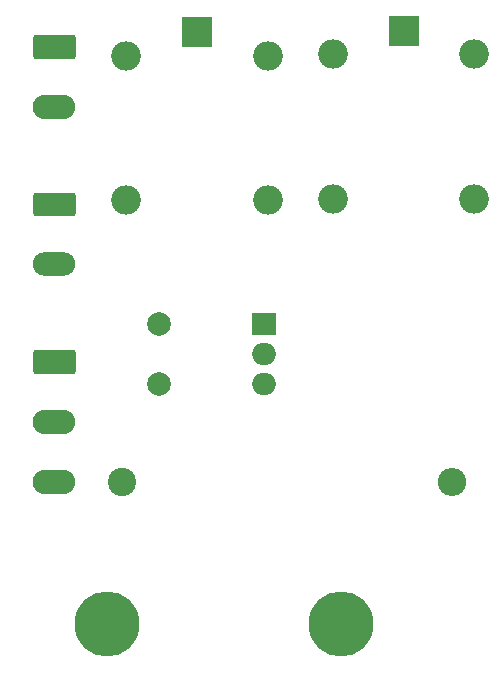
<source format=gbr>
G04 #@! TF.GenerationSoftware,KiCad,Pcbnew,(5.1.10)-1*
G04 #@! TF.CreationDate,2021-08-17T16:02:48+03:00*
G04 #@! TF.ProjectId,ControlledBlinds,436f6e74-726f-46c6-9c65-64426c696e64,rev?*
G04 #@! TF.SameCoordinates,Original*
G04 #@! TF.FileFunction,Copper,L1,Top*
G04 #@! TF.FilePolarity,Positive*
%FSLAX46Y46*%
G04 Gerber Fmt 4.6, Leading zero omitted, Abs format (unit mm)*
G04 Created by KiCad (PCBNEW (5.1.10)-1) date 2021-08-17 16:02:48*
%MOMM*%
%LPD*%
G01*
G04 APERTURE LIST*
G04 #@! TA.AperFunction,ComponentPad*
%ADD10O,2.500000X2.500000*%
G04 #@! TD*
G04 #@! TA.AperFunction,ComponentPad*
%ADD11R,2.500000X2.500000*%
G04 #@! TD*
G04 #@! TA.AperFunction,ComponentPad*
%ADD12C,2.000000*%
G04 #@! TD*
G04 #@! TA.AperFunction,ComponentPad*
%ADD13O,3.600000X2.000000*%
G04 #@! TD*
G04 #@! TA.AperFunction,ComponentPad*
%ADD14O,3.600000X2.080000*%
G04 #@! TD*
G04 #@! TA.AperFunction,ComponentPad*
%ADD15C,2.400000*%
G04 #@! TD*
G04 #@! TA.AperFunction,ComponentPad*
%ADD16O,2.400000X2.400000*%
G04 #@! TD*
G04 #@! TA.AperFunction,ComponentPad*
%ADD17R,2.000000X1.905000*%
G04 #@! TD*
G04 #@! TA.AperFunction,ComponentPad*
%ADD18O,2.000000X1.905000*%
G04 #@! TD*
G04 #@! TA.AperFunction,ViaPad*
%ADD19C,5.500000*%
G04 #@! TD*
G04 APERTURE END LIST*
D10*
X87280000Y-47085000D03*
X87280000Y-59285000D03*
X75280000Y-59285000D03*
X75280000Y-47085000D03*
D11*
X81280000Y-45085000D03*
D12*
X78105000Y-69850000D03*
X78095000Y-74930000D03*
G04 #@! TA.AperFunction,ComponentPad*
G36*
G01*
X67665000Y-58690000D02*
X70765000Y-58690000D01*
G75*
G02*
X71015000Y-58940000I0J-250000D01*
G01*
X71015000Y-60440000D01*
G75*
G02*
X70765000Y-60690000I-250000J0D01*
G01*
X67665000Y-60690000D01*
G75*
G02*
X67415000Y-60440000I0J250000D01*
G01*
X67415000Y-58940000D01*
G75*
G02*
X67665000Y-58690000I250000J0D01*
G01*
G37*
G04 #@! TD.AperFunction*
D13*
X69215000Y-64690000D03*
G04 #@! TA.AperFunction,ComponentPad*
G36*
G01*
X67664999Y-71985000D02*
X70765001Y-71985000D01*
G75*
G02*
X71015000Y-72234999I0J-249999D01*
G01*
X71015000Y-73815001D01*
G75*
G02*
X70765001Y-74065000I-249999J0D01*
G01*
X67664999Y-74065000D01*
G75*
G02*
X67415000Y-73815001I0J249999D01*
G01*
X67415000Y-72234999D01*
G75*
G02*
X67664999Y-71985000I249999J0D01*
G01*
G37*
G04 #@! TD.AperFunction*
D14*
X69215000Y-78105000D03*
X69215000Y-83185000D03*
D11*
X98775000Y-44990000D03*
D10*
X92775000Y-46990000D03*
X92775000Y-59190000D03*
X104775000Y-59190000D03*
X104775000Y-46990000D03*
G04 #@! TA.AperFunction,ComponentPad*
G36*
G01*
X67664999Y-45315000D02*
X70765001Y-45315000D01*
G75*
G02*
X71015000Y-45564999I0J-249999D01*
G01*
X71015000Y-47145001D01*
G75*
G02*
X70765001Y-47395000I-249999J0D01*
G01*
X67664999Y-47395000D01*
G75*
G02*
X67415000Y-47145001I0J249999D01*
G01*
X67415000Y-45564999D01*
G75*
G02*
X67664999Y-45315000I249999J0D01*
G01*
G37*
G04 #@! TD.AperFunction*
D14*
X69215000Y-51435000D03*
D15*
X74930000Y-83185000D03*
D16*
X102870000Y-83185000D03*
D17*
X86995000Y-69850000D03*
D18*
X86995000Y-72390000D03*
X86995000Y-74930000D03*
D19*
X93472000Y-95250000D03*
X73660000Y-95250000D03*
M02*

</source>
